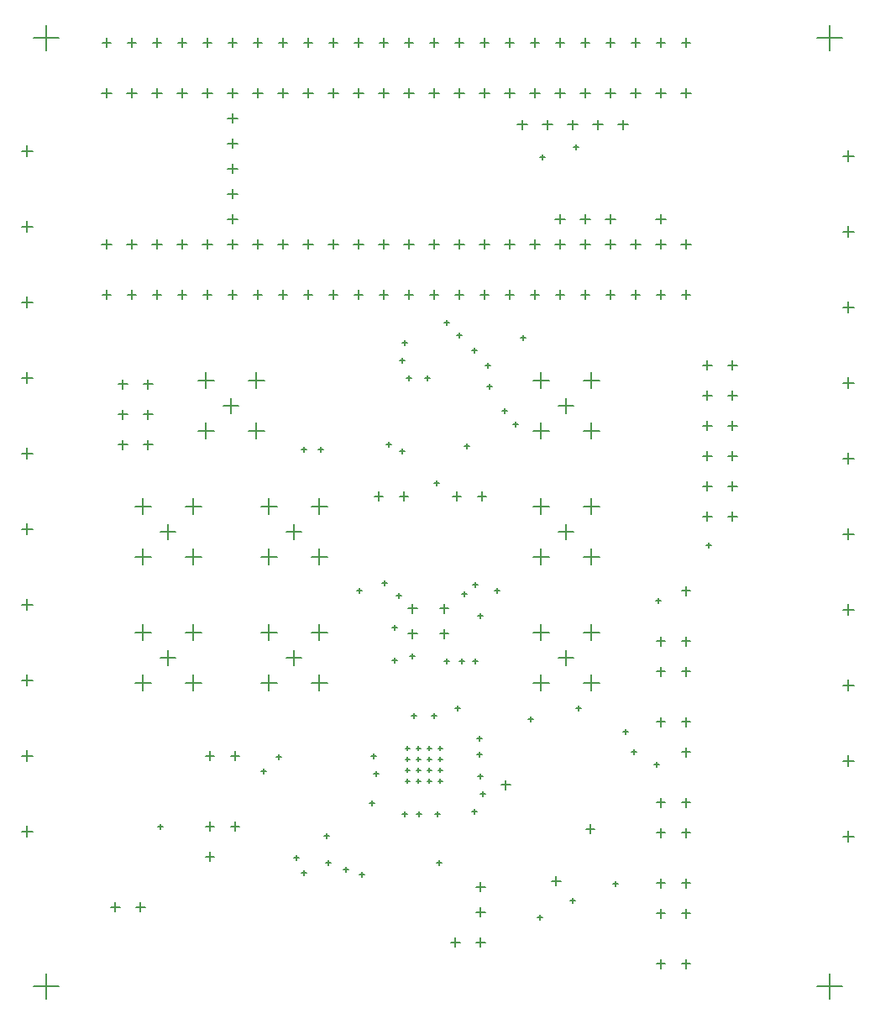
<source format=gbr>
%TF.GenerationSoftware,Altium Limited,Altium Designer,22.3.1 (43)*%
G04 Layer_Color=128*
%FSLAX26Y26*%
%MOIN*%
%TF.SameCoordinates,25215B7F-5601-44EC-B639-707B6E2D0B24*%
%TF.FilePolarity,Positive*%
%TF.FileFunction,Drillmap*%
%TF.Part,Single*%
G01*
G75*
%TA.AperFunction,NonConductor*%
%ADD72C,0.005000*%
D72*
X2021000Y3570000D02*
X2059000D01*
X2040000Y3551000D02*
Y3589000D01*
X2121000Y3570000D02*
X2159000D01*
X2140000Y3551000D02*
Y3589000D01*
X2221000Y3570000D02*
X2259000D01*
X2240000Y3551000D02*
Y3589000D01*
X2321000Y3570000D02*
X2359000D01*
X2340000Y3551000D02*
Y3589000D01*
X2421000Y3570000D02*
X2459000D01*
X2440000Y3551000D02*
Y3589000D01*
X2171000Y3195000D02*
X2209000D01*
X2190000Y3176000D02*
Y3214000D01*
X2271000Y3195000D02*
X2309000D01*
X2290000Y3176000D02*
Y3214000D01*
X2371000Y3195000D02*
X2409000D01*
X2390000Y3176000D02*
Y3214000D01*
X2571000Y3195000D02*
X2609000D01*
X2590000Y3176000D02*
Y3214000D01*
X871000Y3195000D02*
X909000D01*
X890000Y3176000D02*
Y3214000D01*
X871000Y3495000D02*
X909000D01*
X890000Y3476000D02*
Y3514000D01*
X871000Y3295000D02*
X909000D01*
X890000Y3276000D02*
Y3314000D01*
X871000Y3395000D02*
X909000D01*
X890000Y3376000D02*
Y3414000D01*
X871000Y3595000D02*
X909000D01*
X890000Y3576000D02*
Y3614000D01*
X1171000Y3095000D02*
X1209000D01*
X1190000Y3076000D02*
Y3114000D01*
X1071000Y3095000D02*
X1109000D01*
X1090000Y3076000D02*
Y3114000D01*
X971000Y3095000D02*
X1009000D01*
X990000Y3076000D02*
Y3114000D01*
X871000Y3095000D02*
X909000D01*
X890000Y3076000D02*
Y3114000D01*
X771000Y3095000D02*
X809000D01*
X790000Y3076000D02*
Y3114000D01*
X671000Y3095000D02*
X709000D01*
X690000Y3076000D02*
Y3114000D01*
X571000Y3095000D02*
X609000D01*
X590000Y3076000D02*
Y3114000D01*
X471000Y3095000D02*
X509000D01*
X490000Y3076000D02*
Y3114000D01*
X371000Y3095000D02*
X409000D01*
X390000Y3076000D02*
Y3114000D01*
X371000Y3695000D02*
X409000D01*
X390000Y3676000D02*
Y3714000D01*
X471000Y3695000D02*
X509000D01*
X490000Y3676000D02*
Y3714000D01*
X571000Y3695000D02*
X609000D01*
X590000Y3676000D02*
Y3714000D01*
X671000Y3695000D02*
X709000D01*
X690000Y3676000D02*
Y3714000D01*
X771000Y3695000D02*
X809000D01*
X790000Y3676000D02*
Y3714000D01*
X871000Y3695000D02*
X909000D01*
X890000Y3676000D02*
Y3714000D01*
X971000Y3695000D02*
X1009000D01*
X990000Y3676000D02*
Y3714000D01*
X1071000Y3695000D02*
X1109000D01*
X1090000Y3676000D02*
Y3714000D01*
X1171000Y3695000D02*
X1209000D01*
X1190000Y3676000D02*
Y3714000D01*
X1271000Y3095000D02*
X1309000D01*
X1290000Y3076000D02*
Y3114000D01*
X1271000Y3695000D02*
X1309000D01*
X1290000Y3676000D02*
Y3714000D01*
X2671000Y3095000D02*
X2709000D01*
X2690000Y3076000D02*
Y3114000D01*
X2671000Y3695000D02*
X2709000D01*
X2690000Y3676000D02*
Y3714000D01*
X2571000Y3095000D02*
X2609000D01*
X2590000Y3076000D02*
Y3114000D01*
X2471000Y3095000D02*
X2509000D01*
X2490000Y3076000D02*
Y3114000D01*
X2571000Y3695000D02*
X2609000D01*
X2590000Y3676000D02*
Y3714000D01*
X2371000Y3095000D02*
X2409000D01*
X2390000Y3076000D02*
Y3114000D01*
X2271000Y3095000D02*
X2309000D01*
X2290000Y3076000D02*
Y3114000D01*
X2171000Y3095000D02*
X2209000D01*
X2190000Y3076000D02*
Y3114000D01*
X2071000Y3095000D02*
X2109000D01*
X2090000Y3076000D02*
Y3114000D01*
X1971000Y3095000D02*
X2009000D01*
X1990000Y3076000D02*
Y3114000D01*
X1871000Y3095000D02*
X1909000D01*
X1890000Y3076000D02*
Y3114000D01*
X1771000Y3095000D02*
X1809000D01*
X1790000Y3076000D02*
Y3114000D01*
X1671000Y3095000D02*
X1709000D01*
X1690000Y3076000D02*
Y3114000D01*
X1571000Y3095000D02*
X1609000D01*
X1590000Y3076000D02*
Y3114000D01*
X1471000Y3095000D02*
X1509000D01*
X1490000Y3076000D02*
Y3114000D01*
X1371000Y3095000D02*
X1409000D01*
X1390000Y3076000D02*
Y3114000D01*
X1371000Y3695000D02*
X1409000D01*
X1390000Y3676000D02*
Y3714000D01*
X1471000Y3695000D02*
X1509000D01*
X1490000Y3676000D02*
Y3714000D01*
X1571000Y3695000D02*
X1609000D01*
X1590000Y3676000D02*
Y3714000D01*
X1671000Y3695000D02*
X1709000D01*
X1690000Y3676000D02*
Y3714000D01*
X1771000Y3695000D02*
X1809000D01*
X1790000Y3676000D02*
Y3714000D01*
X1871000Y3695000D02*
X1909000D01*
X1890000Y3676000D02*
Y3714000D01*
X1971000Y3695000D02*
X2009000D01*
X1990000Y3676000D02*
Y3714000D01*
X2071000Y3695000D02*
X2109000D01*
X2090000Y3676000D02*
Y3714000D01*
X2171000Y3695000D02*
X2209000D01*
X2190000Y3676000D02*
Y3714000D01*
X2271000Y3695000D02*
X2309000D01*
X2290000Y3676000D02*
Y3714000D01*
X2371000Y3695000D02*
X2409000D01*
X2390000Y3676000D02*
Y3714000D01*
X2471000Y3695000D02*
X2509000D01*
X2490000Y3676000D02*
Y3714000D01*
X2083504Y2355000D02*
X2146496D01*
X2115000Y2323504D02*
Y2386496D01*
X2283504Y2355000D02*
X2346496D01*
X2315000Y2323504D02*
Y2386496D01*
X2283504Y2555000D02*
X2346496D01*
X2315000Y2523504D02*
Y2586496D01*
X2083504Y2555000D02*
X2146496D01*
X2115000Y2523504D02*
Y2586496D01*
X2185472Y2455000D02*
X2244528D01*
X2215000Y2425472D02*
Y2484528D01*
X753504Y2355000D02*
X816496D01*
X785000Y2323504D02*
Y2386496D01*
X953504Y2355000D02*
X1016496D01*
X985000Y2323504D02*
Y2386496D01*
X953504Y2555000D02*
X1016496D01*
X985000Y2523504D02*
Y2586496D01*
X753504Y2555000D02*
X816496D01*
X785000Y2523504D02*
Y2586496D01*
X855472Y2455000D02*
X914528D01*
X885000Y2425472D02*
Y2484528D01*
X2157021Y568660D02*
X2192454D01*
X2174737Y550944D02*
Y586377D01*
X1857284Y445000D02*
X1892716D01*
X1875000Y427284D02*
Y462716D01*
X1857284Y545000D02*
X1892716D01*
X1875000Y527284D02*
Y562716D01*
X2292284Y775000D02*
X2327716D01*
X2310000Y757284D02*
Y792716D01*
X1957284Y950000D02*
X1992716D01*
X1975000Y932284D02*
Y967716D01*
X3210000Y3915000D02*
X3310000D01*
X3260000Y3865000D02*
Y3965000D01*
X100000Y3915000D02*
X200000D01*
X150000Y3865000D02*
Y3965000D01*
X3210000Y150000D02*
X3310000D01*
X3260000Y100000D02*
Y200000D01*
X100000Y150000D02*
X200000D01*
X150000Y100000D02*
Y200000D01*
X2672284Y1080000D02*
X2707716D01*
X2690000Y1062284D02*
Y1097716D01*
X782284Y665000D02*
X817716D01*
X800000Y647284D02*
Y682716D01*
X2672284Y1720000D02*
X2707716D01*
X2690000Y1702284D02*
Y1737716D01*
X1105473Y1455000D02*
X1164527D01*
X1135000Y1425473D02*
Y1484527D01*
X1003504Y1555000D02*
X1066496D01*
X1035000Y1523504D02*
Y1586496D01*
X1203504Y1555000D02*
X1266496D01*
X1235000Y1523504D02*
Y1586496D01*
X1203504Y1355000D02*
X1266496D01*
X1235000Y1323504D02*
Y1386496D01*
X1003504Y1355000D02*
X1066496D01*
X1035000Y1323504D02*
Y1386496D01*
X1003504Y1855000D02*
X1066496D01*
X1035000Y1823504D02*
Y1886496D01*
X1203504Y1855000D02*
X1266496D01*
X1235000Y1823504D02*
Y1886496D01*
X1203504Y2055000D02*
X1266496D01*
X1235000Y2023504D02*
Y2086496D01*
X1003504Y2055000D02*
X1066496D01*
X1035000Y2023504D02*
Y2086496D01*
X1105473Y1955000D02*
X1164527D01*
X1135000Y1925473D02*
Y1984527D01*
X1762284Y2095000D02*
X1797716D01*
X1780000Y2077284D02*
Y2112716D01*
X1862284Y2095000D02*
X1897716D01*
X1880000Y2077284D02*
Y2112716D01*
X1452284Y2095000D02*
X1487716D01*
X1470000Y2077284D02*
Y2112716D01*
X1552284Y2095000D02*
X1587716D01*
X1570000Y2077284D02*
Y2112716D01*
X2083504Y1855000D02*
X2146496D01*
X2115000Y1823504D02*
Y1886496D01*
X2283504Y1855000D02*
X2346496D01*
X2315000Y1823504D02*
Y1886496D01*
X2283504Y2055000D02*
X2346496D01*
X2315000Y2023504D02*
Y2086496D01*
X2083504Y2055000D02*
X2146496D01*
X2115000Y2023504D02*
Y2086496D01*
X2185472Y1955000D02*
X2244528D01*
X2215000Y1925473D02*
Y1984527D01*
X2672284Y240000D02*
X2707716D01*
X2690000Y222284D02*
Y257716D01*
X2572284Y240000D02*
X2607716D01*
X2590000Y222284D02*
Y257716D01*
X2572284Y440000D02*
X2607716D01*
X2590000Y422284D02*
Y457716D01*
X2672284Y440000D02*
X2707716D01*
X2690000Y422284D02*
Y457716D01*
X2672284Y560000D02*
X2707716D01*
X2690000Y542284D02*
Y577716D01*
X2572284Y560000D02*
X2607716D01*
X2590000Y542284D02*
Y577716D01*
X2572284Y1400000D02*
X2607716D01*
X2590000Y1382284D02*
Y1417716D01*
X2672284Y1400000D02*
X2707716D01*
X2690000Y1382284D02*
Y1417716D01*
X2672284Y1520000D02*
X2707716D01*
X2690000Y1502284D02*
Y1537716D01*
X2572284Y1520000D02*
X2607716D01*
X2590000Y1502284D02*
Y1537716D01*
X2672284Y1200000D02*
X2707716D01*
X2690000Y1182284D02*
Y1217716D01*
X2572284Y1200000D02*
X2607716D01*
X2590000Y1182284D02*
Y1217716D01*
X2672284Y880000D02*
X2707716D01*
X2690000Y862284D02*
Y897716D01*
X2572284Y880000D02*
X2607716D01*
X2590000Y862284D02*
Y897716D01*
X2572284Y760000D02*
X2607716D01*
X2590000Y742284D02*
Y777716D01*
X2672284Y760000D02*
X2707716D01*
X2690000Y742284D02*
Y777716D01*
X537284Y2540000D02*
X572716D01*
X555000Y2522284D02*
Y2557716D01*
X437284Y2540000D02*
X472716D01*
X455000Y2522284D02*
Y2557716D01*
X537284Y2420000D02*
X572716D01*
X555000Y2402284D02*
Y2437716D01*
X437284Y2420000D02*
X472716D01*
X455000Y2402284D02*
Y2437716D01*
X537284Y2300000D02*
X572716D01*
X555000Y2282284D02*
Y2317716D01*
X437284Y2300000D02*
X472716D01*
X455000Y2282284D02*
Y2317716D01*
X1712284Y1550000D02*
X1747716D01*
X1730000Y1532284D02*
Y1567716D01*
X1712284Y1650000D02*
X1747716D01*
X1730000Y1632284D02*
Y1667716D01*
X1587284Y1550000D02*
X1622716D01*
X1605000Y1532284D02*
Y1567716D01*
X1587284Y1650000D02*
X1622716D01*
X1605000Y1632284D02*
Y1667716D01*
X605472Y1455000D02*
X664528D01*
X635000Y1425473D02*
Y1484527D01*
X503504Y1555000D02*
X566496D01*
X535000Y1523504D02*
Y1586496D01*
X703504Y1555000D02*
X766496D01*
X735000Y1523504D02*
Y1586496D01*
X703504Y1355000D02*
X766496D01*
X735000Y1323504D02*
Y1386496D01*
X503504Y1355000D02*
X566496D01*
X535000Y1323504D02*
Y1386496D01*
X605472Y1955000D02*
X664528D01*
X635000Y1925473D02*
Y1984527D01*
X503504Y2055000D02*
X566496D01*
X535000Y2023504D02*
Y2086496D01*
X703504Y2055000D02*
X766496D01*
X735000Y2023504D02*
Y2086496D01*
X703504Y1855000D02*
X766496D01*
X735000Y1823504D02*
Y1886496D01*
X503504Y1855000D02*
X566496D01*
X535000Y1823504D02*
Y1886496D01*
X2185472Y1455000D02*
X2244528D01*
X2215000Y1425473D02*
Y1484527D01*
X2083504Y1555000D02*
X2146496D01*
X2115000Y1523504D02*
Y1586496D01*
X2283504Y1555000D02*
X2346496D01*
X2315000Y1523504D02*
Y1586496D01*
X2283504Y1355000D02*
X2346496D01*
X2315000Y1323504D02*
Y1386496D01*
X2083504Y1355000D02*
X2146496D01*
X2115000Y1323504D02*
Y1386496D01*
X2757284Y2255000D02*
X2792716D01*
X2775000Y2237284D02*
Y2272716D01*
X2857284Y2255000D02*
X2892716D01*
X2875000Y2237284D02*
Y2272716D01*
X2757284Y2615000D02*
X2792716D01*
X2775000Y2597284D02*
Y2632716D01*
X2857284Y2615000D02*
X2892716D01*
X2875000Y2597284D02*
Y2632716D01*
X2757284Y2495000D02*
X2792716D01*
X2775000Y2477284D02*
Y2512716D01*
X2857284Y2495000D02*
X2892716D01*
X2875000Y2477284D02*
Y2512716D01*
X2757284Y2375000D02*
X2792716D01*
X2775000Y2357284D02*
Y2392716D01*
X2857284Y2375000D02*
X2892716D01*
X2875000Y2357284D02*
Y2392716D01*
X2757284Y2015000D02*
X2792716D01*
X2775000Y1997284D02*
Y2032716D01*
X2857284Y2015000D02*
X2892716D01*
X2875000Y1997284D02*
Y2032716D01*
X2757284Y2135000D02*
X2792716D01*
X2775000Y2117284D02*
Y2152716D01*
X2857284Y2135000D02*
X2892716D01*
X2875000Y2117284D02*
Y2152716D01*
X2672284Y3895000D02*
X2707716D01*
X2690000Y3877284D02*
Y3912716D01*
X372284Y3895000D02*
X407716D01*
X390000Y3877284D02*
Y3912716D01*
X472284Y3895000D02*
X507716D01*
X490000Y3877284D02*
Y3912716D01*
X572284Y3895000D02*
X607716D01*
X590000Y3877284D02*
Y3912716D01*
X672284Y3895000D02*
X707716D01*
X690000Y3877284D02*
Y3912716D01*
X772284Y3895000D02*
X807716D01*
X790000Y3877284D02*
Y3912716D01*
X872284Y3895000D02*
X907716D01*
X890000Y3877284D02*
Y3912716D01*
X972284Y3895000D02*
X1007716D01*
X990000Y3877284D02*
Y3912716D01*
X1072284Y3895000D02*
X1107716D01*
X1090000Y3877284D02*
Y3912716D01*
X1172284Y3895000D02*
X1207716D01*
X1190000Y3877284D02*
Y3912716D01*
X1272284Y3895000D02*
X1307716D01*
X1290000Y3877284D02*
Y3912716D01*
X1372284Y3895000D02*
X1407716D01*
X1390000Y3877284D02*
Y3912716D01*
X1472284Y3895000D02*
X1507716D01*
X1490000Y3877284D02*
Y3912716D01*
X1572284Y3895000D02*
X1607716D01*
X1590000Y3877284D02*
Y3912716D01*
X1672284Y3895000D02*
X1707716D01*
X1690000Y3877284D02*
Y3912716D01*
X1772284Y3895000D02*
X1807716D01*
X1790000Y3877284D02*
Y3912716D01*
X1872284Y3895000D02*
X1907716D01*
X1890000Y3877284D02*
Y3912716D01*
X1972284Y3895000D02*
X2007716D01*
X1990000Y3877284D02*
Y3912716D01*
X2072284Y3895000D02*
X2107716D01*
X2090000Y3877284D02*
Y3912716D01*
X2172284Y3895000D02*
X2207716D01*
X2190000Y3877284D02*
Y3912716D01*
X2272284Y3895000D02*
X2307716D01*
X2290000Y3877284D02*
Y3912716D01*
X2372284Y3895000D02*
X2407716D01*
X2390000Y3877284D02*
Y3912716D01*
X2472284Y3895000D02*
X2507716D01*
X2490000Y3877284D02*
Y3912716D01*
X2572284Y3895000D02*
X2607716D01*
X2590000Y3877284D02*
Y3912716D01*
X2672284Y2895000D02*
X2707716D01*
X2690000Y2877284D02*
Y2912716D01*
X372284Y2895000D02*
X407716D01*
X390000Y2877284D02*
Y2912716D01*
X472284Y2895000D02*
X507716D01*
X490000Y2877284D02*
Y2912716D01*
X572284Y2895000D02*
X607716D01*
X590000Y2877284D02*
Y2912716D01*
X672284Y2895000D02*
X707716D01*
X690000Y2877284D02*
Y2912716D01*
X772284Y2895000D02*
X807716D01*
X790000Y2877284D02*
Y2912716D01*
X872284Y2895000D02*
X907716D01*
X890000Y2877284D02*
Y2912716D01*
X972284Y2895000D02*
X1007716D01*
X990000Y2877284D02*
Y2912716D01*
X1072284Y2895000D02*
X1107716D01*
X1090000Y2877284D02*
Y2912716D01*
X1172284Y2895000D02*
X1207716D01*
X1190000Y2877284D02*
Y2912716D01*
X1272284Y2895000D02*
X1307716D01*
X1290000Y2877284D02*
Y2912716D01*
X1372284Y2895000D02*
X1407716D01*
X1390000Y2877284D02*
Y2912716D01*
X1472284Y2895000D02*
X1507716D01*
X1490000Y2877284D02*
Y2912716D01*
X1572284Y2895000D02*
X1607716D01*
X1590000Y2877284D02*
Y2912716D01*
X1672284Y2895000D02*
X1707716D01*
X1690000Y2877284D02*
Y2912716D01*
X1772284Y2895000D02*
X1807716D01*
X1790000Y2877284D02*
Y2912716D01*
X1872284Y2895000D02*
X1907716D01*
X1890000Y2877284D02*
Y2912716D01*
X1972284Y2895000D02*
X2007716D01*
X1990000Y2877284D02*
Y2912716D01*
X2072284Y2895000D02*
X2107716D01*
X2090000Y2877284D02*
Y2912716D01*
X2172284Y2895000D02*
X2207716D01*
X2190000Y2877284D02*
Y2912716D01*
X2272284Y2895000D02*
X2307716D01*
X2290000Y2877284D02*
Y2912716D01*
X2372284Y2895000D02*
X2407716D01*
X2390000Y2877284D02*
Y2912716D01*
X2472284Y2895000D02*
X2507716D01*
X2490000Y2877284D02*
Y2912716D01*
X2572284Y2895000D02*
X2607716D01*
X2590000Y2877284D02*
Y2912716D01*
X407284Y465000D02*
X442716D01*
X425000Y447284D02*
Y482716D01*
X507284Y465000D02*
X542716D01*
X525000Y447284D02*
Y482716D01*
X782284Y1065000D02*
X817716D01*
X800000Y1047284D02*
Y1082716D01*
X882284Y1065000D02*
X917716D01*
X900000Y1047284D02*
Y1082716D01*
X1857284Y325000D02*
X1892716D01*
X1875000Y307284D02*
Y342716D01*
X1757284Y325000D02*
X1792716D01*
X1775000Y307284D02*
Y342716D01*
X882284Y785000D02*
X917716D01*
X900000Y767284D02*
Y802716D01*
X782284Y785000D02*
X817716D01*
X800000Y767284D02*
Y802716D01*
X2005000Y2380000D02*
X2025000D01*
X2015000Y2370000D02*
Y2390000D01*
X2035000Y2725000D02*
X2055000D01*
X2045000Y2715000D02*
Y2735000D01*
X1960000Y2435000D02*
X1980000D01*
X1970000Y2425000D02*
Y2445000D01*
X1810000Y2295000D02*
X1830000D01*
X1820000Y2285000D02*
Y2305000D01*
X1525000Y1573436D02*
X1545000D01*
X1535000Y1563436D02*
Y1583436D01*
X1540000Y1700000D02*
X1560000D01*
X1550000Y1690000D02*
Y1710000D01*
X1255000Y748436D02*
X1275000D01*
X1265000Y738436D02*
Y758436D01*
X1555000Y2275000D02*
X1575000D01*
X1565000Y2265000D02*
Y2285000D01*
X1691038Y2148952D02*
X1711038D01*
X1701038Y2138952D02*
Y2158952D01*
X3312500Y2845000D02*
X3357500D01*
X3335000Y2822500D02*
Y2867500D01*
X3312500Y1645000D02*
X3357500D01*
X3335000Y1622500D02*
Y1667500D01*
X3312500Y1345000D02*
X3357500D01*
X3335000Y1322500D02*
Y1367500D01*
X3312500Y1045000D02*
X3357500D01*
X3335000Y1022500D02*
Y1067500D01*
X3312500Y3145000D02*
X3357500D01*
X3335000Y3122500D02*
Y3167500D01*
X3312500Y2545000D02*
X3357500D01*
X3335000Y2522500D02*
Y2567500D01*
X3312500Y2245000D02*
X3357500D01*
X3335000Y2222500D02*
Y2267500D01*
X3312500Y1945000D02*
X3357500D01*
X3335000Y1922500D02*
Y1967500D01*
X3312500Y745000D02*
X3357500D01*
X3335000Y722500D02*
Y767500D01*
X3312500Y3445000D02*
X3357500D01*
X3335000Y3422500D02*
Y3467500D01*
X52500Y765000D02*
X97500D01*
X75000Y742500D02*
Y787500D01*
X52500Y1065000D02*
X97500D01*
X75000Y1042500D02*
Y1087500D01*
X52500Y1365000D02*
X97500D01*
X75000Y1342500D02*
Y1387500D01*
X52500Y1665000D02*
X97500D01*
X75000Y1642500D02*
Y1687500D01*
X52500Y1965000D02*
X97500D01*
X75000Y1942500D02*
Y1987500D01*
X52500Y2265000D02*
X97500D01*
X75000Y2242500D02*
Y2287500D01*
X52500Y2565000D02*
X97500D01*
X75000Y2542500D02*
Y2587500D01*
X52500Y2865000D02*
X97500D01*
X75000Y2842500D02*
Y2887500D01*
X52500Y3165000D02*
X97500D01*
X75000Y3142500D02*
Y3187500D01*
X52500Y3465000D02*
X97500D01*
X75000Y3442500D02*
Y3487500D01*
X2255000Y1255000D02*
X2275000D01*
X2265000Y1245000D02*
Y1265000D01*
X1875000Y915000D02*
X1895000D01*
X1885000Y905000D02*
Y925000D01*
X1840000Y845000D02*
X1860000D01*
X1850000Y835000D02*
Y855000D01*
X2400000Y557000D02*
X2420000D01*
X2410000Y547000D02*
Y567000D01*
X2230000Y490000D02*
X2250000D01*
X2240000Y480000D02*
Y500000D01*
X2100000Y425000D02*
X2120000D01*
X2110000Y415000D02*
Y435000D01*
X595000Y785000D02*
X615000D01*
X605000Y775000D02*
Y795000D01*
X2565000Y1030000D02*
X2585000D01*
X2575000Y1020000D02*
Y1040000D01*
X2440000Y1160000D02*
X2460000D01*
X2450000Y1150000D02*
Y1170000D01*
X1860000Y1070000D02*
X1880000D01*
X1870000Y1060000D02*
Y1080000D01*
X1900000Y2530000D02*
X1920000D01*
X1910000Y2520000D02*
Y2540000D01*
X1655000Y2565000D02*
X1675000D01*
X1665000Y2555000D02*
Y2575000D01*
X1580386Y2565000D02*
X1600386D01*
X1590386Y2555000D02*
Y2575000D01*
X1565000Y2705000D02*
X1585000D01*
X1575000Y2695000D02*
Y2715000D01*
X1780000Y2735000D02*
X1800000D01*
X1790000Y2725000D02*
Y2745000D01*
X1895000Y2615000D02*
X1915000D01*
X1905000Y2605000D02*
Y2625000D01*
X1840000Y2675000D02*
X1860000D01*
X1850000Y2665000D02*
Y2685000D01*
X1730000Y2785000D02*
X1750000D01*
X1740000Y2775000D02*
Y2795000D01*
X2770000Y1900000D02*
X2790000D01*
X2780000Y1890000D02*
Y1910000D01*
X2473000Y1080000D02*
X2493000D01*
X2483000Y1070000D02*
Y1090000D01*
X2570000Y1680543D02*
X2590000D01*
X2580000Y1670543D02*
Y1690543D01*
X1555000Y2635000D02*
X1575000D01*
X1565000Y2625000D02*
Y2645000D01*
X2245000Y3480000D02*
X2265000D01*
X2255000Y3470000D02*
Y3490000D01*
X2110000Y3440000D02*
X2130000D01*
X2120000Y3430000D02*
Y3450000D01*
X1845000Y1745000D02*
X1865000D01*
X1855000Y1735000D02*
Y1755000D01*
X1485174Y1749826D02*
X1505174D01*
X1495174Y1739826D02*
Y1759826D01*
X1930000Y1720000D02*
X1950000D01*
X1940000Y1710000D02*
Y1730000D01*
X1730000Y1440000D02*
X1750000D01*
X1740000Y1430000D02*
Y1450000D01*
X1790000Y1440000D02*
X1810000D01*
X1800000Y1430000D02*
Y1450000D01*
X1845000Y1440000D02*
X1865000D01*
X1855000Y1430000D02*
Y1450000D01*
X1801666Y1707425D02*
X1821666D01*
X1811666Y1697425D02*
Y1717425D01*
X1385000Y1720000D02*
X1405000D01*
X1395000Y1710000D02*
Y1730000D01*
X1595000Y1460000D02*
X1615000D01*
X1605000Y1450000D02*
Y1470000D01*
X1525000Y1445000D02*
X1545000D01*
X1535000Y1435000D02*
Y1455000D01*
X2065000Y1210000D02*
X2085000D01*
X2075000Y1200000D02*
Y1220000D01*
X1432620Y877380D02*
X1452620D01*
X1442620Y867380D02*
Y887380D01*
X1449690Y995310D02*
X1469690D01*
X1459690Y985310D02*
Y1005310D01*
X1440000Y1065000D02*
X1460000D01*
X1450000Y1055000D02*
Y1075000D01*
X1065000Y1060000D02*
X1085000D01*
X1075000Y1050000D02*
Y1070000D01*
X1005000Y1005000D02*
X1025000D01*
X1015000Y995000D02*
Y1015000D01*
X1700000Y640000D02*
X1720000D01*
X1710000Y630000D02*
Y650000D01*
X1565000Y835000D02*
X1585000D01*
X1575000Y825000D02*
Y845000D01*
X1695000Y835000D02*
X1715000D01*
X1705000Y825000D02*
Y845000D01*
X1620000Y835000D02*
X1640000D01*
X1630000Y825000D02*
Y845000D01*
X1865000Y985000D02*
X1885000D01*
X1875000Y975000D02*
Y995000D01*
X1860000Y1135000D02*
X1880000D01*
X1870000Y1125000D02*
Y1145000D01*
X1775000Y1255000D02*
X1795000D01*
X1785000Y1245000D02*
Y1265000D01*
X1135000Y660000D02*
X1155000D01*
X1145000Y650000D02*
Y670000D01*
X1165000Y600000D02*
X1185000D01*
X1175000Y590000D02*
Y610000D01*
X1330000Y615000D02*
X1350000D01*
X1340000Y605000D02*
Y625000D01*
X1395000Y595000D02*
X1415000D01*
X1405000Y585000D02*
Y605000D01*
X1260000Y640000D02*
X1280000D01*
X1270000Y630000D02*
Y650000D01*
X1165000Y2280000D02*
X1185000D01*
X1175000Y2270000D02*
Y2290000D01*
X1230000Y2280000D02*
X1250000D01*
X1240000Y2270000D02*
Y2290000D01*
X1500000Y2300000D02*
X1520000D01*
X1510000Y2290000D02*
Y2310000D01*
X1865000Y1620000D02*
X1885000D01*
X1875000Y1610000D02*
Y1630000D01*
X1600000Y1225000D02*
X1620000D01*
X1610000Y1215000D02*
Y1235000D01*
X1680000Y1225000D02*
X1700000D01*
X1690000Y1215000D02*
Y1235000D01*
X1577539Y965039D02*
X1592539D01*
X1585039Y957539D02*
Y972539D01*
X1577539Y1008346D02*
X1592539D01*
X1585039Y1000846D02*
Y1015846D01*
X1577539Y1051654D02*
X1592539D01*
X1585039Y1044154D02*
Y1059154D01*
X1577539Y1094961D02*
X1592539D01*
X1585039Y1087461D02*
Y1102461D01*
X1620847Y965039D02*
X1635847D01*
X1628347Y957539D02*
Y972539D01*
X1620847Y1008346D02*
X1635847D01*
X1628347Y1000846D02*
Y1015846D01*
X1620847Y1051654D02*
X1635847D01*
X1628347Y1044154D02*
Y1059154D01*
X1620847Y1094961D02*
X1635847D01*
X1628347Y1087461D02*
Y1102461D01*
X1664154Y965039D02*
X1679154D01*
X1671654Y957539D02*
Y972539D01*
X1664154Y1008346D02*
X1679154D01*
X1671654Y1000846D02*
Y1015846D01*
X1664154Y1051654D02*
X1679154D01*
X1671654Y1044154D02*
Y1059154D01*
X1664154Y1094961D02*
X1679154D01*
X1671654Y1087461D02*
Y1102461D01*
X1707461Y965039D02*
X1722461D01*
X1714961Y957539D02*
Y972539D01*
X1707461Y1008346D02*
X1722461D01*
X1714961Y1000846D02*
Y1015846D01*
X1707461Y1051654D02*
X1722461D01*
X1714961Y1044154D02*
Y1059154D01*
X1707461Y1094961D02*
X1722461D01*
X1714961Y1087461D02*
Y1102461D01*
%TF.MD5,ff609454ef73d960e742111b24eee55a*%
M02*

</source>
